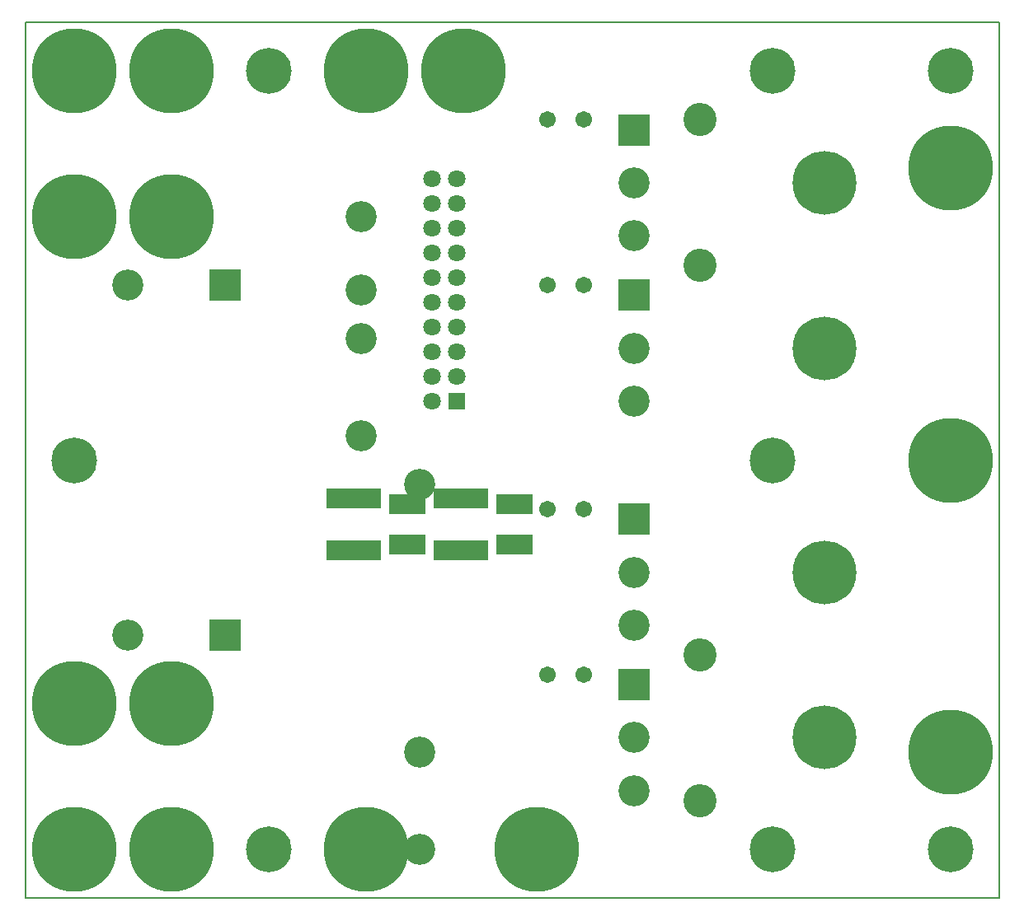
<source format=gbs>
G04 Layer_Color=16711935*
%FSLAX25Y25*%
%MOIN*%
G70*
G01*
G75*
%ADD17C,0.00787*%
%ADD46R,0.12611X0.12611*%
%ADD47C,0.12611*%
%ADD48R,0.12611X0.12611*%
%ADD49C,0.07099*%
%ADD50R,0.07099X0.07099*%
%ADD51C,0.13398*%
%ADD52C,0.06706*%
%ADD53C,0.34265*%
%ADD54C,0.18516*%
%ADD55C,0.25800*%
%ADD56R,0.22453X0.08280*%
%ADD57R,0.14973X0.07887*%
D17*
X0Y177165D02*
X393701D01*
Y-177165D02*
Y177165D01*
X0Y-177165D02*
Y177165D01*
Y-177165D02*
X393701D01*
D46*
X80709Y-70866D02*
D03*
Y70866D02*
D03*
D47*
X41339Y-70866D02*
D03*
X246063Y23819D02*
D03*
Y45276D02*
D03*
Y-66732D02*
D03*
Y-45276D02*
D03*
X159449Y-118110D02*
D03*
Y-9843D02*
D03*
Y-157480D02*
D03*
X246063Y-112205D02*
D03*
Y-133661D02*
D03*
Y90748D02*
D03*
Y112205D02*
D03*
Y45276D02*
D03*
Y23819D02*
D03*
Y-133661D02*
D03*
Y-112205D02*
D03*
Y-66732D02*
D03*
Y-45276D02*
D03*
Y90748D02*
D03*
Y112205D02*
D03*
X41339Y70866D02*
D03*
X135827Y98425D02*
D03*
Y49213D02*
D03*
Y68898D02*
D03*
Y9843D02*
D03*
D03*
Y68898D02*
D03*
D48*
X246063Y66732D02*
D03*
Y-23819D02*
D03*
Y-90748D02*
D03*
Y133661D02*
D03*
Y66732D02*
D03*
Y-90748D02*
D03*
Y-23819D02*
D03*
Y133661D02*
D03*
D49*
X164291Y113898D02*
D03*
X174291D02*
D03*
X164291Y103898D02*
D03*
X174291D02*
D03*
X164291Y93898D02*
D03*
X174291D02*
D03*
X164291Y83898D02*
D03*
X174291D02*
D03*
X164291Y73898D02*
D03*
X174291D02*
D03*
X164291Y63898D02*
D03*
X174291D02*
D03*
X164291Y53898D02*
D03*
X174291D02*
D03*
X164291Y43898D02*
D03*
X174291D02*
D03*
X164291Y33898D02*
D03*
X174291D02*
D03*
X164291Y23898D02*
D03*
D50*
X174291D02*
D03*
D51*
X272638Y-137795D02*
D03*
Y-78740D02*
D03*
Y78740D02*
D03*
Y137795D02*
D03*
D52*
X225886Y-19685D02*
D03*
X211122D02*
D03*
Y-86614D02*
D03*
X225886D02*
D03*
Y137795D02*
D03*
X211122D02*
D03*
X211122Y70866D02*
D03*
X225886D02*
D03*
D53*
X19685Y157480D02*
D03*
X19685Y-157480D02*
D03*
X59055Y157480D02*
D03*
X19685Y98425D02*
D03*
X59055Y-157480D02*
D03*
X19685Y-98425D02*
D03*
X59055D02*
D03*
X59055Y98425D02*
D03*
X374016Y-118110D02*
D03*
Y0D02*
D03*
Y118110D02*
D03*
X206693Y-157480D02*
D03*
X177165Y157480D02*
D03*
X137795D02*
D03*
Y-157480D02*
D03*
D54*
X374016D02*
D03*
X302165Y-157480D02*
D03*
X374016Y157480D02*
D03*
X302165Y157480D02*
D03*
Y0D02*
D03*
X98425Y157480D02*
D03*
X98425Y-157480D02*
D03*
X19685Y0D02*
D03*
D55*
X323228Y112205D02*
D03*
Y45276D02*
D03*
Y-45276D02*
D03*
Y-112205D02*
D03*
D56*
X132677Y-15551D02*
D03*
Y-36417D02*
D03*
X175984D02*
D03*
Y-15551D02*
D03*
D57*
X154331Y-34055D02*
D03*
Y-17913D02*
D03*
X197638D02*
D03*
Y-34055D02*
D03*
M02*

</source>
